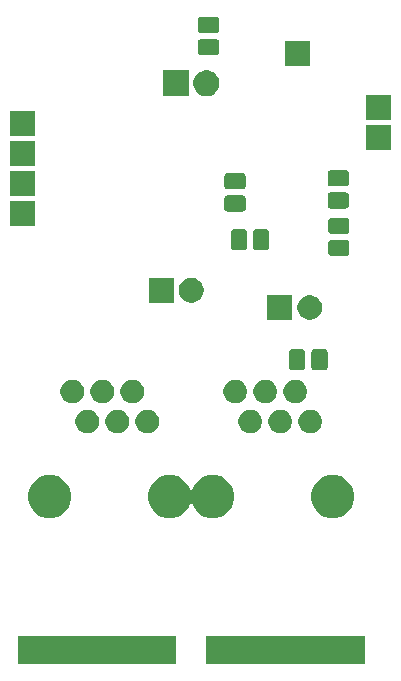
<source format=gbs>
G04 #@! TF.GenerationSoftware,KiCad,Pcbnew,5.1.6-c6e7f7d~87~ubuntu20.04.1*
G04 #@! TF.CreationDate,2020-07-20T11:44:09+02:00*
G04 #@! TF.ProjectId,weerstasie,77656572-7374-4617-9369-652e6b696361,rev?*
G04 #@! TF.SameCoordinates,Original*
G04 #@! TF.FileFunction,Soldermask,Bot*
G04 #@! TF.FilePolarity,Negative*
%FSLAX46Y46*%
G04 Gerber Fmt 4.6, Leading zero omitted, Abs format (unit mm)*
G04 Created by KiCad (PCBNEW 5.1.6-c6e7f7d~87~ubuntu20.04.1) date 2020-07-20 11:44:09*
%MOMM*%
%LPD*%
G01*
G04 APERTURE LIST*
%ADD10C,0.100000*%
G04 APERTURE END LIST*
D10*
G36*
X132200000Y-132200000D02*
G01*
X118800000Y-132200000D01*
X118800000Y-129800000D01*
X132200000Y-129800000D01*
X132200000Y-132200000D01*
G37*
G36*
X116200000Y-132200000D02*
G01*
X102800000Y-132200000D01*
X102800000Y-129800000D01*
X116200000Y-129800000D01*
X116200000Y-132200000D01*
G37*
G36*
X116036040Y-116210067D02*
G01*
X116212333Y-116245134D01*
X116349904Y-116302118D01*
X116544460Y-116382705D01*
X116843369Y-116582430D01*
X117097570Y-116836631D01*
X117297295Y-117135540D01*
X117384516Y-117346111D01*
X117396067Y-117367722D01*
X117411612Y-117386663D01*
X117430554Y-117402209D01*
X117452165Y-117413760D01*
X117475614Y-117420873D01*
X117500000Y-117423275D01*
X117524386Y-117420873D01*
X117547835Y-117413760D01*
X117569446Y-117402209D01*
X117588387Y-117386664D01*
X117603933Y-117367722D01*
X117615484Y-117346111D01*
X117702705Y-117135540D01*
X117902430Y-116836631D01*
X118156631Y-116582430D01*
X118455540Y-116382705D01*
X118650096Y-116302118D01*
X118787667Y-116245134D01*
X118963960Y-116210067D01*
X119140252Y-116175000D01*
X119499748Y-116175000D01*
X119676040Y-116210067D01*
X119852333Y-116245134D01*
X119989904Y-116302118D01*
X120184460Y-116382705D01*
X120483369Y-116582430D01*
X120737570Y-116836631D01*
X120937295Y-117135540D01*
X121074866Y-117467668D01*
X121145000Y-117820252D01*
X121145000Y-118179748D01*
X121074866Y-118532332D01*
X120937295Y-118864460D01*
X120737570Y-119163369D01*
X120483369Y-119417570D01*
X120184460Y-119617295D01*
X119989904Y-119697882D01*
X119852333Y-119754866D01*
X119676040Y-119789933D01*
X119499748Y-119825000D01*
X119140252Y-119825000D01*
X118963960Y-119789933D01*
X118787667Y-119754866D01*
X118650096Y-119697882D01*
X118455540Y-119617295D01*
X118156631Y-119417570D01*
X117902430Y-119163369D01*
X117702705Y-118864460D01*
X117615484Y-118653889D01*
X117603933Y-118632278D01*
X117588388Y-118613337D01*
X117569446Y-118597791D01*
X117547835Y-118586240D01*
X117524386Y-118579127D01*
X117500000Y-118576725D01*
X117475614Y-118579127D01*
X117452165Y-118586240D01*
X117430554Y-118597791D01*
X117411613Y-118613336D01*
X117396067Y-118632278D01*
X117384516Y-118653889D01*
X117297295Y-118864460D01*
X117097570Y-119163369D01*
X116843369Y-119417570D01*
X116544460Y-119617295D01*
X116349904Y-119697882D01*
X116212333Y-119754866D01*
X116036040Y-119789933D01*
X115859748Y-119825000D01*
X115500252Y-119825000D01*
X115323960Y-119789933D01*
X115147667Y-119754866D01*
X115010096Y-119697882D01*
X114815540Y-119617295D01*
X114516631Y-119417570D01*
X114262430Y-119163369D01*
X114062705Y-118864460D01*
X113925134Y-118532332D01*
X113855000Y-118179748D01*
X113855000Y-117820252D01*
X113925134Y-117467668D01*
X114062705Y-117135540D01*
X114262430Y-116836631D01*
X114516631Y-116582430D01*
X114815540Y-116382705D01*
X115010096Y-116302118D01*
X115147667Y-116245134D01*
X115323960Y-116210067D01*
X115500252Y-116175000D01*
X115859748Y-116175000D01*
X116036040Y-116210067D01*
G37*
G36*
X129836040Y-116210067D02*
G01*
X130012333Y-116245134D01*
X130149904Y-116302118D01*
X130344460Y-116382705D01*
X130643369Y-116582430D01*
X130897570Y-116836631D01*
X131097295Y-117135540D01*
X131234866Y-117467668D01*
X131305000Y-117820252D01*
X131305000Y-118179748D01*
X131234866Y-118532332D01*
X131097295Y-118864460D01*
X130897570Y-119163369D01*
X130643369Y-119417570D01*
X130344460Y-119617295D01*
X130149904Y-119697882D01*
X130012333Y-119754866D01*
X129836040Y-119789933D01*
X129659748Y-119825000D01*
X129300252Y-119825000D01*
X129123960Y-119789933D01*
X128947667Y-119754866D01*
X128810096Y-119697882D01*
X128615540Y-119617295D01*
X128316631Y-119417570D01*
X128062430Y-119163369D01*
X127862705Y-118864460D01*
X127725134Y-118532332D01*
X127655000Y-118179748D01*
X127655000Y-117820252D01*
X127725134Y-117467668D01*
X127862705Y-117135540D01*
X128062430Y-116836631D01*
X128316631Y-116582430D01*
X128615540Y-116382705D01*
X128810096Y-116302118D01*
X128947667Y-116245134D01*
X129123960Y-116210067D01*
X129300252Y-116175000D01*
X129659748Y-116175000D01*
X129836040Y-116210067D01*
G37*
G36*
X105876040Y-116210067D02*
G01*
X106052333Y-116245134D01*
X106189904Y-116302118D01*
X106384460Y-116382705D01*
X106683369Y-116582430D01*
X106937570Y-116836631D01*
X107137295Y-117135540D01*
X107274866Y-117467668D01*
X107345000Y-117820252D01*
X107345000Y-118179748D01*
X107274866Y-118532332D01*
X107137295Y-118864460D01*
X106937570Y-119163369D01*
X106683369Y-119417570D01*
X106384460Y-119617295D01*
X106189904Y-119697882D01*
X106052333Y-119754866D01*
X105876040Y-119789933D01*
X105699748Y-119825000D01*
X105340252Y-119825000D01*
X105163960Y-119789933D01*
X104987667Y-119754866D01*
X104850096Y-119697882D01*
X104655540Y-119617295D01*
X104356631Y-119417570D01*
X104102430Y-119163369D01*
X103902705Y-118864460D01*
X103765134Y-118532332D01*
X103695000Y-118179748D01*
X103695000Y-117820252D01*
X103765134Y-117467668D01*
X103902705Y-117135540D01*
X104102430Y-116836631D01*
X104356631Y-116582430D01*
X104655540Y-116382705D01*
X104850096Y-116302118D01*
X104987667Y-116245134D01*
X105163960Y-116210067D01*
X105340252Y-116175000D01*
X105699748Y-116175000D01*
X105876040Y-116210067D01*
G37*
G36*
X114002290Y-110675619D02*
G01*
X114066689Y-110688429D01*
X114248678Y-110763811D01*
X114412463Y-110873249D01*
X114551751Y-111012537D01*
X114661189Y-111176322D01*
X114736571Y-111358311D01*
X114775000Y-111551509D01*
X114775000Y-111748491D01*
X114736571Y-111941689D01*
X114661189Y-112123678D01*
X114551751Y-112287463D01*
X114412463Y-112426751D01*
X114248678Y-112536189D01*
X114066689Y-112611571D01*
X114002290Y-112624381D01*
X113873493Y-112650000D01*
X113676507Y-112650000D01*
X113547710Y-112624381D01*
X113483311Y-112611571D01*
X113301322Y-112536189D01*
X113137537Y-112426751D01*
X112998249Y-112287463D01*
X112888811Y-112123678D01*
X112813429Y-111941689D01*
X112775000Y-111748491D01*
X112775000Y-111551509D01*
X112813429Y-111358311D01*
X112888811Y-111176322D01*
X112998249Y-111012537D01*
X113137537Y-110873249D01*
X113301322Y-110763811D01*
X113483311Y-110688429D01*
X113547710Y-110675619D01*
X113676507Y-110650000D01*
X113873493Y-110650000D01*
X114002290Y-110675619D01*
G37*
G36*
X108922290Y-110675619D02*
G01*
X108986689Y-110688429D01*
X109168678Y-110763811D01*
X109332463Y-110873249D01*
X109471751Y-111012537D01*
X109581189Y-111176322D01*
X109656571Y-111358311D01*
X109695000Y-111551509D01*
X109695000Y-111748491D01*
X109656571Y-111941689D01*
X109581189Y-112123678D01*
X109471751Y-112287463D01*
X109332463Y-112426751D01*
X109168678Y-112536189D01*
X108986689Y-112611571D01*
X108922290Y-112624381D01*
X108793493Y-112650000D01*
X108596507Y-112650000D01*
X108467710Y-112624381D01*
X108403311Y-112611571D01*
X108221322Y-112536189D01*
X108057537Y-112426751D01*
X107918249Y-112287463D01*
X107808811Y-112123678D01*
X107733429Y-111941689D01*
X107695000Y-111748491D01*
X107695000Y-111551509D01*
X107733429Y-111358311D01*
X107808811Y-111176322D01*
X107918249Y-111012537D01*
X108057537Y-110873249D01*
X108221322Y-110763811D01*
X108403311Y-110688429D01*
X108467710Y-110675619D01*
X108596507Y-110650000D01*
X108793493Y-110650000D01*
X108922290Y-110675619D01*
G37*
G36*
X122722290Y-110675619D02*
G01*
X122786689Y-110688429D01*
X122968678Y-110763811D01*
X123132463Y-110873249D01*
X123271751Y-111012537D01*
X123381189Y-111176322D01*
X123456571Y-111358311D01*
X123495000Y-111551509D01*
X123495000Y-111748491D01*
X123456571Y-111941689D01*
X123381189Y-112123678D01*
X123271751Y-112287463D01*
X123132463Y-112426751D01*
X122968678Y-112536189D01*
X122786689Y-112611571D01*
X122722290Y-112624381D01*
X122593493Y-112650000D01*
X122396507Y-112650000D01*
X122267710Y-112624381D01*
X122203311Y-112611571D01*
X122021322Y-112536189D01*
X121857537Y-112426751D01*
X121718249Y-112287463D01*
X121608811Y-112123678D01*
X121533429Y-111941689D01*
X121495000Y-111748491D01*
X121495000Y-111551509D01*
X121533429Y-111358311D01*
X121608811Y-111176322D01*
X121718249Y-111012537D01*
X121857537Y-110873249D01*
X122021322Y-110763811D01*
X122203311Y-110688429D01*
X122267710Y-110675619D01*
X122396507Y-110650000D01*
X122593493Y-110650000D01*
X122722290Y-110675619D01*
G37*
G36*
X125262290Y-110675619D02*
G01*
X125326689Y-110688429D01*
X125508678Y-110763811D01*
X125672463Y-110873249D01*
X125811751Y-111012537D01*
X125921189Y-111176322D01*
X125996571Y-111358311D01*
X126035000Y-111551509D01*
X126035000Y-111748491D01*
X125996571Y-111941689D01*
X125921189Y-112123678D01*
X125811751Y-112287463D01*
X125672463Y-112426751D01*
X125508678Y-112536189D01*
X125326689Y-112611571D01*
X125262290Y-112624381D01*
X125133493Y-112650000D01*
X124936507Y-112650000D01*
X124807710Y-112624381D01*
X124743311Y-112611571D01*
X124561322Y-112536189D01*
X124397537Y-112426751D01*
X124258249Y-112287463D01*
X124148811Y-112123678D01*
X124073429Y-111941689D01*
X124035000Y-111748491D01*
X124035000Y-111551509D01*
X124073429Y-111358311D01*
X124148811Y-111176322D01*
X124258249Y-111012537D01*
X124397537Y-110873249D01*
X124561322Y-110763811D01*
X124743311Y-110688429D01*
X124807710Y-110675619D01*
X124936507Y-110650000D01*
X125133493Y-110650000D01*
X125262290Y-110675619D01*
G37*
G36*
X127802290Y-110675619D02*
G01*
X127866689Y-110688429D01*
X128048678Y-110763811D01*
X128212463Y-110873249D01*
X128351751Y-111012537D01*
X128461189Y-111176322D01*
X128536571Y-111358311D01*
X128575000Y-111551509D01*
X128575000Y-111748491D01*
X128536571Y-111941689D01*
X128461189Y-112123678D01*
X128351751Y-112287463D01*
X128212463Y-112426751D01*
X128048678Y-112536189D01*
X127866689Y-112611571D01*
X127802290Y-112624381D01*
X127673493Y-112650000D01*
X127476507Y-112650000D01*
X127347710Y-112624381D01*
X127283311Y-112611571D01*
X127101322Y-112536189D01*
X126937537Y-112426751D01*
X126798249Y-112287463D01*
X126688811Y-112123678D01*
X126613429Y-111941689D01*
X126575000Y-111748491D01*
X126575000Y-111551509D01*
X126613429Y-111358311D01*
X126688811Y-111176322D01*
X126798249Y-111012537D01*
X126937537Y-110873249D01*
X127101322Y-110763811D01*
X127283311Y-110688429D01*
X127347710Y-110675619D01*
X127476507Y-110650000D01*
X127673493Y-110650000D01*
X127802290Y-110675619D01*
G37*
G36*
X111462290Y-110675619D02*
G01*
X111526689Y-110688429D01*
X111708678Y-110763811D01*
X111872463Y-110873249D01*
X112011751Y-111012537D01*
X112121189Y-111176322D01*
X112196571Y-111358311D01*
X112235000Y-111551509D01*
X112235000Y-111748491D01*
X112196571Y-111941689D01*
X112121189Y-112123678D01*
X112011751Y-112287463D01*
X111872463Y-112426751D01*
X111708678Y-112536189D01*
X111526689Y-112611571D01*
X111462290Y-112624381D01*
X111333493Y-112650000D01*
X111136507Y-112650000D01*
X111007710Y-112624381D01*
X110943311Y-112611571D01*
X110761322Y-112536189D01*
X110597537Y-112426751D01*
X110458249Y-112287463D01*
X110348811Y-112123678D01*
X110273429Y-111941689D01*
X110235000Y-111748491D01*
X110235000Y-111551509D01*
X110273429Y-111358311D01*
X110348811Y-111176322D01*
X110458249Y-111012537D01*
X110597537Y-110873249D01*
X110761322Y-110763811D01*
X110943311Y-110688429D01*
X111007710Y-110675619D01*
X111136507Y-110650000D01*
X111333493Y-110650000D01*
X111462290Y-110675619D01*
G37*
G36*
X126532290Y-108135619D02*
G01*
X126596689Y-108148429D01*
X126778678Y-108223811D01*
X126942463Y-108333249D01*
X127081751Y-108472537D01*
X127191189Y-108636322D01*
X127266571Y-108818311D01*
X127305000Y-109011509D01*
X127305000Y-109208491D01*
X127266571Y-109401689D01*
X127191189Y-109583678D01*
X127081751Y-109747463D01*
X126942463Y-109886751D01*
X126778678Y-109996189D01*
X126596689Y-110071571D01*
X126532290Y-110084381D01*
X126403493Y-110110000D01*
X126206507Y-110110000D01*
X126077710Y-110084381D01*
X126013311Y-110071571D01*
X125831322Y-109996189D01*
X125667537Y-109886751D01*
X125528249Y-109747463D01*
X125418811Y-109583678D01*
X125343429Y-109401689D01*
X125305000Y-109208491D01*
X125305000Y-109011509D01*
X125343429Y-108818311D01*
X125418811Y-108636322D01*
X125528249Y-108472537D01*
X125667537Y-108333249D01*
X125831322Y-108223811D01*
X126013311Y-108148429D01*
X126077710Y-108135619D01*
X126206507Y-108110000D01*
X126403493Y-108110000D01*
X126532290Y-108135619D01*
G37*
G36*
X123992290Y-108135619D02*
G01*
X124056689Y-108148429D01*
X124238678Y-108223811D01*
X124402463Y-108333249D01*
X124541751Y-108472537D01*
X124651189Y-108636322D01*
X124726571Y-108818311D01*
X124765000Y-109011509D01*
X124765000Y-109208491D01*
X124726571Y-109401689D01*
X124651189Y-109583678D01*
X124541751Y-109747463D01*
X124402463Y-109886751D01*
X124238678Y-109996189D01*
X124056689Y-110071571D01*
X123992290Y-110084381D01*
X123863493Y-110110000D01*
X123666507Y-110110000D01*
X123537710Y-110084381D01*
X123473311Y-110071571D01*
X123291322Y-109996189D01*
X123127537Y-109886751D01*
X122988249Y-109747463D01*
X122878811Y-109583678D01*
X122803429Y-109401689D01*
X122765000Y-109208491D01*
X122765000Y-109011509D01*
X122803429Y-108818311D01*
X122878811Y-108636322D01*
X122988249Y-108472537D01*
X123127537Y-108333249D01*
X123291322Y-108223811D01*
X123473311Y-108148429D01*
X123537710Y-108135619D01*
X123666507Y-108110000D01*
X123863493Y-108110000D01*
X123992290Y-108135619D01*
G37*
G36*
X121452290Y-108135619D02*
G01*
X121516689Y-108148429D01*
X121698678Y-108223811D01*
X121862463Y-108333249D01*
X122001751Y-108472537D01*
X122111189Y-108636322D01*
X122186571Y-108818311D01*
X122225000Y-109011509D01*
X122225000Y-109208491D01*
X122186571Y-109401689D01*
X122111189Y-109583678D01*
X122001751Y-109747463D01*
X121862463Y-109886751D01*
X121698678Y-109996189D01*
X121516689Y-110071571D01*
X121452290Y-110084381D01*
X121323493Y-110110000D01*
X121126507Y-110110000D01*
X120997710Y-110084381D01*
X120933311Y-110071571D01*
X120751322Y-109996189D01*
X120587537Y-109886751D01*
X120448249Y-109747463D01*
X120338811Y-109583678D01*
X120263429Y-109401689D01*
X120225000Y-109208491D01*
X120225000Y-109011509D01*
X120263429Y-108818311D01*
X120338811Y-108636322D01*
X120448249Y-108472537D01*
X120587537Y-108333249D01*
X120751322Y-108223811D01*
X120933311Y-108148429D01*
X120997710Y-108135619D01*
X121126507Y-108110000D01*
X121323493Y-108110000D01*
X121452290Y-108135619D01*
G37*
G36*
X112732290Y-108135619D02*
G01*
X112796689Y-108148429D01*
X112978678Y-108223811D01*
X113142463Y-108333249D01*
X113281751Y-108472537D01*
X113391189Y-108636322D01*
X113466571Y-108818311D01*
X113505000Y-109011509D01*
X113505000Y-109208491D01*
X113466571Y-109401689D01*
X113391189Y-109583678D01*
X113281751Y-109747463D01*
X113142463Y-109886751D01*
X112978678Y-109996189D01*
X112796689Y-110071571D01*
X112732290Y-110084381D01*
X112603493Y-110110000D01*
X112406507Y-110110000D01*
X112277710Y-110084381D01*
X112213311Y-110071571D01*
X112031322Y-109996189D01*
X111867537Y-109886751D01*
X111728249Y-109747463D01*
X111618811Y-109583678D01*
X111543429Y-109401689D01*
X111505000Y-109208491D01*
X111505000Y-109011509D01*
X111543429Y-108818311D01*
X111618811Y-108636322D01*
X111728249Y-108472537D01*
X111867537Y-108333249D01*
X112031322Y-108223811D01*
X112213311Y-108148429D01*
X112277710Y-108135619D01*
X112406507Y-108110000D01*
X112603493Y-108110000D01*
X112732290Y-108135619D01*
G37*
G36*
X107652290Y-108135619D02*
G01*
X107716689Y-108148429D01*
X107898678Y-108223811D01*
X108062463Y-108333249D01*
X108201751Y-108472537D01*
X108311189Y-108636322D01*
X108386571Y-108818311D01*
X108425000Y-109011509D01*
X108425000Y-109208491D01*
X108386571Y-109401689D01*
X108311189Y-109583678D01*
X108201751Y-109747463D01*
X108062463Y-109886751D01*
X107898678Y-109996189D01*
X107716689Y-110071571D01*
X107652290Y-110084381D01*
X107523493Y-110110000D01*
X107326507Y-110110000D01*
X107197710Y-110084381D01*
X107133311Y-110071571D01*
X106951322Y-109996189D01*
X106787537Y-109886751D01*
X106648249Y-109747463D01*
X106538811Y-109583678D01*
X106463429Y-109401689D01*
X106425000Y-109208491D01*
X106425000Y-109011509D01*
X106463429Y-108818311D01*
X106538811Y-108636322D01*
X106648249Y-108472537D01*
X106787537Y-108333249D01*
X106951322Y-108223811D01*
X107133311Y-108148429D01*
X107197710Y-108135619D01*
X107326507Y-108110000D01*
X107523493Y-108110000D01*
X107652290Y-108135619D01*
G37*
G36*
X110192290Y-108135619D02*
G01*
X110256689Y-108148429D01*
X110438678Y-108223811D01*
X110602463Y-108333249D01*
X110741751Y-108472537D01*
X110851189Y-108636322D01*
X110926571Y-108818311D01*
X110965000Y-109011509D01*
X110965000Y-109208491D01*
X110926571Y-109401689D01*
X110851189Y-109583678D01*
X110741751Y-109747463D01*
X110602463Y-109886751D01*
X110438678Y-109996189D01*
X110256689Y-110071571D01*
X110192290Y-110084381D01*
X110063493Y-110110000D01*
X109866507Y-110110000D01*
X109737710Y-110084381D01*
X109673311Y-110071571D01*
X109491322Y-109996189D01*
X109327537Y-109886751D01*
X109188249Y-109747463D01*
X109078811Y-109583678D01*
X109003429Y-109401689D01*
X108965000Y-109208491D01*
X108965000Y-109011509D01*
X109003429Y-108818311D01*
X109078811Y-108636322D01*
X109188249Y-108472537D01*
X109327537Y-108333249D01*
X109491322Y-108223811D01*
X109673311Y-108148429D01*
X109737710Y-108135619D01*
X109866507Y-108110000D01*
X110063493Y-108110000D01*
X110192290Y-108135619D01*
G37*
G36*
X126952999Y-105531997D02*
G01*
X127005647Y-105547968D01*
X127054168Y-105573902D01*
X127096695Y-105608805D01*
X127131598Y-105651332D01*
X127157532Y-105699853D01*
X127173503Y-105752501D01*
X127179500Y-105813390D01*
X127179500Y-107038610D01*
X127173503Y-107099499D01*
X127157532Y-107152147D01*
X127131598Y-107200668D01*
X127096695Y-107243195D01*
X127054168Y-107278098D01*
X127005647Y-107304032D01*
X126952999Y-107320003D01*
X126892110Y-107326000D01*
X126091890Y-107326000D01*
X126031001Y-107320003D01*
X125978353Y-107304032D01*
X125929832Y-107278098D01*
X125887305Y-107243195D01*
X125852402Y-107200668D01*
X125826468Y-107152147D01*
X125810497Y-107099499D01*
X125804500Y-107038610D01*
X125804500Y-105813390D01*
X125810497Y-105752501D01*
X125826468Y-105699853D01*
X125852402Y-105651332D01*
X125887305Y-105608805D01*
X125929832Y-105573902D01*
X125978353Y-105547968D01*
X126031001Y-105531997D01*
X126091890Y-105526000D01*
X126892110Y-105526000D01*
X126952999Y-105531997D01*
G37*
G36*
X128827999Y-105531997D02*
G01*
X128880647Y-105547968D01*
X128929168Y-105573902D01*
X128971695Y-105608805D01*
X129006598Y-105651332D01*
X129032532Y-105699853D01*
X129048503Y-105752501D01*
X129054500Y-105813390D01*
X129054500Y-107038610D01*
X129048503Y-107099499D01*
X129032532Y-107152147D01*
X129006598Y-107200668D01*
X128971695Y-107243195D01*
X128929168Y-107278098D01*
X128880647Y-107304032D01*
X128827999Y-107320003D01*
X128767110Y-107326000D01*
X127966890Y-107326000D01*
X127906001Y-107320003D01*
X127853353Y-107304032D01*
X127804832Y-107278098D01*
X127762305Y-107243195D01*
X127727402Y-107200668D01*
X127701468Y-107152147D01*
X127685497Y-107099499D01*
X127679500Y-107038610D01*
X127679500Y-105813390D01*
X127685497Y-105752501D01*
X127701468Y-105699853D01*
X127727402Y-105651332D01*
X127762305Y-105608805D01*
X127804832Y-105573902D01*
X127853353Y-105547968D01*
X127906001Y-105531997D01*
X127966890Y-105526000D01*
X128767110Y-105526000D01*
X128827999Y-105531997D01*
G37*
G36*
X126050000Y-103050000D02*
G01*
X123950000Y-103050000D01*
X123950000Y-100950000D01*
X126050000Y-100950000D01*
X126050000Y-103050000D01*
G37*
G36*
X127668687Y-100955027D02*
G01*
X127846274Y-100990350D01*
X128037362Y-101069502D01*
X128209336Y-101184411D01*
X128355589Y-101330664D01*
X128470498Y-101502638D01*
X128549650Y-101693726D01*
X128590000Y-101896584D01*
X128590000Y-102103416D01*
X128549650Y-102306274D01*
X128470498Y-102497362D01*
X128355589Y-102669336D01*
X128209336Y-102815589D01*
X128037362Y-102930498D01*
X127846274Y-103009650D01*
X127668687Y-103044973D01*
X127643417Y-103050000D01*
X127436583Y-103050000D01*
X127411313Y-103044973D01*
X127233726Y-103009650D01*
X127042638Y-102930498D01*
X126870664Y-102815589D01*
X126724411Y-102669336D01*
X126609502Y-102497362D01*
X126530350Y-102306274D01*
X126490000Y-102103416D01*
X126490000Y-101896584D01*
X126530350Y-101693726D01*
X126609502Y-101502638D01*
X126724411Y-101330664D01*
X126870664Y-101184411D01*
X127042638Y-101069502D01*
X127233726Y-100990350D01*
X127411313Y-100955027D01*
X127436583Y-100950000D01*
X127643417Y-100950000D01*
X127668687Y-100955027D01*
G37*
G36*
X117629087Y-99488227D02*
G01*
X117806674Y-99523550D01*
X117997762Y-99602702D01*
X118169736Y-99717611D01*
X118315989Y-99863864D01*
X118430898Y-100035838D01*
X118510050Y-100226926D01*
X118550400Y-100429784D01*
X118550400Y-100636616D01*
X118510050Y-100839474D01*
X118430898Y-101030562D01*
X118315989Y-101202536D01*
X118169736Y-101348789D01*
X117997762Y-101463698D01*
X117806674Y-101542850D01*
X117629087Y-101578173D01*
X117603817Y-101583200D01*
X117396983Y-101583200D01*
X117371713Y-101578173D01*
X117194126Y-101542850D01*
X117003038Y-101463698D01*
X116831064Y-101348789D01*
X116684811Y-101202536D01*
X116569902Y-101030562D01*
X116490750Y-100839474D01*
X116450400Y-100636616D01*
X116450400Y-100429784D01*
X116490750Y-100226926D01*
X116569902Y-100035838D01*
X116684811Y-99863864D01*
X116831064Y-99717611D01*
X117003038Y-99602702D01*
X117194126Y-99523550D01*
X117371713Y-99488227D01*
X117396983Y-99483200D01*
X117603817Y-99483200D01*
X117629087Y-99488227D01*
G37*
G36*
X116010400Y-101583200D02*
G01*
X113910400Y-101583200D01*
X113910400Y-99483200D01*
X116010400Y-99483200D01*
X116010400Y-101583200D01*
G37*
G36*
X130670699Y-96267997D02*
G01*
X130723347Y-96283968D01*
X130771868Y-96309902D01*
X130814395Y-96344805D01*
X130849298Y-96387332D01*
X130875232Y-96435853D01*
X130891203Y-96488501D01*
X130897200Y-96549390D01*
X130897200Y-97349610D01*
X130891203Y-97410499D01*
X130875232Y-97463147D01*
X130849298Y-97511668D01*
X130814395Y-97554195D01*
X130771868Y-97589098D01*
X130723347Y-97615032D01*
X130670699Y-97631003D01*
X130609810Y-97637000D01*
X129384590Y-97637000D01*
X129323701Y-97631003D01*
X129271053Y-97615032D01*
X129222532Y-97589098D01*
X129180005Y-97554195D01*
X129145102Y-97511668D01*
X129119168Y-97463147D01*
X129103197Y-97410499D01*
X129097200Y-97349610D01*
X129097200Y-96549390D01*
X129103197Y-96488501D01*
X129119168Y-96435853D01*
X129145102Y-96387332D01*
X129180005Y-96344805D01*
X129222532Y-96309902D01*
X129271053Y-96283968D01*
X129323701Y-96267997D01*
X129384590Y-96262000D01*
X130609810Y-96262000D01*
X130670699Y-96267997D01*
G37*
G36*
X123877299Y-95371997D02*
G01*
X123929947Y-95387968D01*
X123978468Y-95413902D01*
X124020995Y-95448805D01*
X124055898Y-95491332D01*
X124081832Y-95539853D01*
X124097803Y-95592501D01*
X124103800Y-95653390D01*
X124103800Y-96878610D01*
X124097803Y-96939499D01*
X124081832Y-96992147D01*
X124055898Y-97040668D01*
X124020995Y-97083195D01*
X123978468Y-97118098D01*
X123929947Y-97144032D01*
X123877299Y-97160003D01*
X123816410Y-97166000D01*
X123016190Y-97166000D01*
X122955301Y-97160003D01*
X122902653Y-97144032D01*
X122854132Y-97118098D01*
X122811605Y-97083195D01*
X122776702Y-97040668D01*
X122750768Y-96992147D01*
X122734797Y-96939499D01*
X122728800Y-96878610D01*
X122728800Y-95653390D01*
X122734797Y-95592501D01*
X122750768Y-95539853D01*
X122776702Y-95491332D01*
X122811605Y-95448805D01*
X122854132Y-95413902D01*
X122902653Y-95387968D01*
X122955301Y-95371997D01*
X123016190Y-95366000D01*
X123816410Y-95366000D01*
X123877299Y-95371997D01*
G37*
G36*
X122002299Y-95371997D02*
G01*
X122054947Y-95387968D01*
X122103468Y-95413902D01*
X122145995Y-95448805D01*
X122180898Y-95491332D01*
X122206832Y-95539853D01*
X122222803Y-95592501D01*
X122228800Y-95653390D01*
X122228800Y-96878610D01*
X122222803Y-96939499D01*
X122206832Y-96992147D01*
X122180898Y-97040668D01*
X122145995Y-97083195D01*
X122103468Y-97118098D01*
X122054947Y-97144032D01*
X122002299Y-97160003D01*
X121941410Y-97166000D01*
X121141190Y-97166000D01*
X121080301Y-97160003D01*
X121027653Y-97144032D01*
X120979132Y-97118098D01*
X120936605Y-97083195D01*
X120901702Y-97040668D01*
X120875768Y-96992147D01*
X120859797Y-96939499D01*
X120853800Y-96878610D01*
X120853800Y-95653390D01*
X120859797Y-95592501D01*
X120875768Y-95539853D01*
X120901702Y-95491332D01*
X120936605Y-95448805D01*
X120979132Y-95413902D01*
X121027653Y-95387968D01*
X121080301Y-95371997D01*
X121141190Y-95366000D01*
X121941410Y-95366000D01*
X122002299Y-95371997D01*
G37*
G36*
X130670699Y-94392997D02*
G01*
X130723347Y-94408968D01*
X130771868Y-94434902D01*
X130814395Y-94469805D01*
X130849298Y-94512332D01*
X130875232Y-94560853D01*
X130891203Y-94613501D01*
X130897200Y-94674390D01*
X130897200Y-95474610D01*
X130891203Y-95535499D01*
X130875232Y-95588147D01*
X130849298Y-95636668D01*
X130814395Y-95679195D01*
X130771868Y-95714098D01*
X130723347Y-95740032D01*
X130670699Y-95756003D01*
X130609810Y-95762000D01*
X129384590Y-95762000D01*
X129323701Y-95756003D01*
X129271053Y-95740032D01*
X129222532Y-95714098D01*
X129180005Y-95679195D01*
X129145102Y-95636668D01*
X129119168Y-95588147D01*
X129103197Y-95535499D01*
X129097200Y-95474610D01*
X129097200Y-94674390D01*
X129103197Y-94613501D01*
X129119168Y-94560853D01*
X129145102Y-94512332D01*
X129180005Y-94469805D01*
X129222532Y-94434902D01*
X129271053Y-94408968D01*
X129323701Y-94392997D01*
X129384590Y-94387000D01*
X130609810Y-94387000D01*
X130670699Y-94392997D01*
G37*
G36*
X104275600Y-95080800D02*
G01*
X102175600Y-95080800D01*
X102175600Y-92980800D01*
X104275600Y-92980800D01*
X104275600Y-95080800D01*
G37*
G36*
X121882299Y-92508797D02*
G01*
X121934947Y-92524768D01*
X121983468Y-92550702D01*
X122025995Y-92585605D01*
X122060898Y-92628132D01*
X122086832Y-92676653D01*
X122102803Y-92729301D01*
X122108800Y-92790190D01*
X122108800Y-93590410D01*
X122102803Y-93651299D01*
X122086832Y-93703947D01*
X122060898Y-93752468D01*
X122025995Y-93794995D01*
X121983468Y-93829898D01*
X121934947Y-93855832D01*
X121882299Y-93871803D01*
X121821410Y-93877800D01*
X120596190Y-93877800D01*
X120535301Y-93871803D01*
X120482653Y-93855832D01*
X120434132Y-93829898D01*
X120391605Y-93794995D01*
X120356702Y-93752468D01*
X120330768Y-93703947D01*
X120314797Y-93651299D01*
X120308800Y-93590410D01*
X120308800Y-92790190D01*
X120314797Y-92729301D01*
X120330768Y-92676653D01*
X120356702Y-92628132D01*
X120391605Y-92585605D01*
X120434132Y-92550702D01*
X120482653Y-92524768D01*
X120535301Y-92508797D01*
X120596190Y-92502800D01*
X121821410Y-92502800D01*
X121882299Y-92508797D01*
G37*
G36*
X130619899Y-92254797D02*
G01*
X130672547Y-92270768D01*
X130721068Y-92296702D01*
X130763595Y-92331605D01*
X130798498Y-92374132D01*
X130824432Y-92422653D01*
X130840403Y-92475301D01*
X130846400Y-92536190D01*
X130846400Y-93336410D01*
X130840403Y-93397299D01*
X130824432Y-93449947D01*
X130798498Y-93498468D01*
X130763595Y-93540995D01*
X130721068Y-93575898D01*
X130672547Y-93601832D01*
X130619899Y-93617803D01*
X130559010Y-93623800D01*
X129333790Y-93623800D01*
X129272901Y-93617803D01*
X129220253Y-93601832D01*
X129171732Y-93575898D01*
X129129205Y-93540995D01*
X129094302Y-93498468D01*
X129068368Y-93449947D01*
X129052397Y-93397299D01*
X129046400Y-93336410D01*
X129046400Y-92536190D01*
X129052397Y-92475301D01*
X129068368Y-92422653D01*
X129094302Y-92374132D01*
X129129205Y-92331605D01*
X129171732Y-92296702D01*
X129220253Y-92270768D01*
X129272901Y-92254797D01*
X129333790Y-92248800D01*
X130559010Y-92248800D01*
X130619899Y-92254797D01*
G37*
G36*
X104275600Y-92540800D02*
G01*
X102175600Y-92540800D01*
X102175600Y-90440800D01*
X104275600Y-90440800D01*
X104275600Y-92540800D01*
G37*
G36*
X121882299Y-90633797D02*
G01*
X121934947Y-90649768D01*
X121983468Y-90675702D01*
X122025995Y-90710605D01*
X122060898Y-90753132D01*
X122086832Y-90801653D01*
X122102803Y-90854301D01*
X122108800Y-90915190D01*
X122108800Y-91715410D01*
X122102803Y-91776299D01*
X122086832Y-91828947D01*
X122060898Y-91877468D01*
X122025995Y-91919995D01*
X121983468Y-91954898D01*
X121934947Y-91980832D01*
X121882299Y-91996803D01*
X121821410Y-92002800D01*
X120596190Y-92002800D01*
X120535301Y-91996803D01*
X120482653Y-91980832D01*
X120434132Y-91954898D01*
X120391605Y-91919995D01*
X120356702Y-91877468D01*
X120330768Y-91828947D01*
X120314797Y-91776299D01*
X120308800Y-91715410D01*
X120308800Y-90915190D01*
X120314797Y-90854301D01*
X120330768Y-90801653D01*
X120356702Y-90753132D01*
X120391605Y-90710605D01*
X120434132Y-90675702D01*
X120482653Y-90649768D01*
X120535301Y-90633797D01*
X120596190Y-90627800D01*
X121821410Y-90627800D01*
X121882299Y-90633797D01*
G37*
G36*
X130619899Y-90379797D02*
G01*
X130672547Y-90395768D01*
X130721068Y-90421702D01*
X130763595Y-90456605D01*
X130798498Y-90499132D01*
X130824432Y-90547653D01*
X130840403Y-90600301D01*
X130846400Y-90661190D01*
X130846400Y-91461410D01*
X130840403Y-91522299D01*
X130824432Y-91574947D01*
X130798498Y-91623468D01*
X130763595Y-91665995D01*
X130721068Y-91700898D01*
X130672547Y-91726832D01*
X130619899Y-91742803D01*
X130559010Y-91748800D01*
X129333790Y-91748800D01*
X129272901Y-91742803D01*
X129220253Y-91726832D01*
X129171732Y-91700898D01*
X129129205Y-91665995D01*
X129094302Y-91623468D01*
X129068368Y-91574947D01*
X129052397Y-91522299D01*
X129046400Y-91461410D01*
X129046400Y-90661190D01*
X129052397Y-90600301D01*
X129068368Y-90547653D01*
X129094302Y-90499132D01*
X129129205Y-90456605D01*
X129171732Y-90421702D01*
X129220253Y-90395768D01*
X129272901Y-90379797D01*
X129333790Y-90373800D01*
X130559010Y-90373800D01*
X130619899Y-90379797D01*
G37*
G36*
X104275600Y-90000800D02*
G01*
X102175600Y-90000800D01*
X102175600Y-87900800D01*
X104275600Y-87900800D01*
X104275600Y-90000800D01*
G37*
G36*
X134400000Y-88680000D02*
G01*
X132300000Y-88680000D01*
X132300000Y-86580000D01*
X134400000Y-86580000D01*
X134400000Y-88680000D01*
G37*
G36*
X104275600Y-87460800D02*
G01*
X102175600Y-87460800D01*
X102175600Y-85360800D01*
X104275600Y-85360800D01*
X104275600Y-87460800D01*
G37*
G36*
X134400000Y-86140000D02*
G01*
X132300000Y-86140000D01*
X132300000Y-84040000D01*
X134400000Y-84040000D01*
X134400000Y-86140000D01*
G37*
G36*
X117350000Y-84100000D02*
G01*
X115150000Y-84100000D01*
X115150000Y-81900000D01*
X117350000Y-81900000D01*
X117350000Y-84100000D01*
G37*
G36*
X119110857Y-81942272D02*
G01*
X119311043Y-82025192D01*
X119311045Y-82025193D01*
X119401738Y-82085792D01*
X119491208Y-82145574D01*
X119644426Y-82298792D01*
X119764808Y-82478957D01*
X119847728Y-82679143D01*
X119890000Y-82891658D01*
X119890000Y-83108342D01*
X119847728Y-83320857D01*
X119764808Y-83521043D01*
X119764807Y-83521045D01*
X119644425Y-83701209D01*
X119491209Y-83854425D01*
X119311045Y-83974807D01*
X119311044Y-83974808D01*
X119311043Y-83974808D01*
X119110857Y-84057728D01*
X118898342Y-84100000D01*
X118681658Y-84100000D01*
X118469143Y-84057728D01*
X118268957Y-83974808D01*
X118268956Y-83974808D01*
X118268955Y-83974807D01*
X118088791Y-83854425D01*
X117935575Y-83701209D01*
X117815193Y-83521045D01*
X117815192Y-83521043D01*
X117732272Y-83320857D01*
X117690000Y-83108342D01*
X117690000Y-82891658D01*
X117732272Y-82679143D01*
X117815192Y-82478957D01*
X117935574Y-82298792D01*
X118088792Y-82145574D01*
X118178262Y-82085792D01*
X118268955Y-82025193D01*
X118268957Y-82025192D01*
X118469143Y-81942272D01*
X118681658Y-81900000D01*
X118898342Y-81900000D01*
X119110857Y-81942272D01*
G37*
G36*
X127542000Y-81568000D02*
G01*
X125442000Y-81568000D01*
X125442000Y-79468000D01*
X127542000Y-79468000D01*
X127542000Y-81568000D01*
G37*
G36*
X119647099Y-79273097D02*
G01*
X119699747Y-79289068D01*
X119748268Y-79315002D01*
X119790795Y-79349905D01*
X119825698Y-79392432D01*
X119851632Y-79440953D01*
X119867603Y-79493601D01*
X119873600Y-79554490D01*
X119873600Y-80354710D01*
X119867603Y-80415599D01*
X119851632Y-80468247D01*
X119825698Y-80516768D01*
X119790795Y-80559295D01*
X119748268Y-80594198D01*
X119699747Y-80620132D01*
X119647099Y-80636103D01*
X119586210Y-80642100D01*
X118360990Y-80642100D01*
X118300101Y-80636103D01*
X118247453Y-80620132D01*
X118198932Y-80594198D01*
X118156405Y-80559295D01*
X118121502Y-80516768D01*
X118095568Y-80468247D01*
X118079597Y-80415599D01*
X118073600Y-80354710D01*
X118073600Y-79554490D01*
X118079597Y-79493601D01*
X118095568Y-79440953D01*
X118121502Y-79392432D01*
X118156405Y-79349905D01*
X118198932Y-79315002D01*
X118247453Y-79289068D01*
X118300101Y-79273097D01*
X118360990Y-79267100D01*
X119586210Y-79267100D01*
X119647099Y-79273097D01*
G37*
G36*
X119647099Y-77398097D02*
G01*
X119699747Y-77414068D01*
X119748268Y-77440002D01*
X119790795Y-77474905D01*
X119825698Y-77517432D01*
X119851632Y-77565953D01*
X119867603Y-77618601D01*
X119873600Y-77679490D01*
X119873600Y-78479710D01*
X119867603Y-78540599D01*
X119851632Y-78593247D01*
X119825698Y-78641768D01*
X119790795Y-78684295D01*
X119748268Y-78719198D01*
X119699747Y-78745132D01*
X119647099Y-78761103D01*
X119586210Y-78767100D01*
X118360990Y-78767100D01*
X118300101Y-78761103D01*
X118247453Y-78745132D01*
X118198932Y-78719198D01*
X118156405Y-78684295D01*
X118121502Y-78641768D01*
X118095568Y-78593247D01*
X118079597Y-78540599D01*
X118073600Y-78479710D01*
X118073600Y-77679490D01*
X118079597Y-77618601D01*
X118095568Y-77565953D01*
X118121502Y-77517432D01*
X118156405Y-77474905D01*
X118198932Y-77440002D01*
X118247453Y-77414068D01*
X118300101Y-77398097D01*
X118360990Y-77392100D01*
X119586210Y-77392100D01*
X119647099Y-77398097D01*
G37*
M02*

</source>
